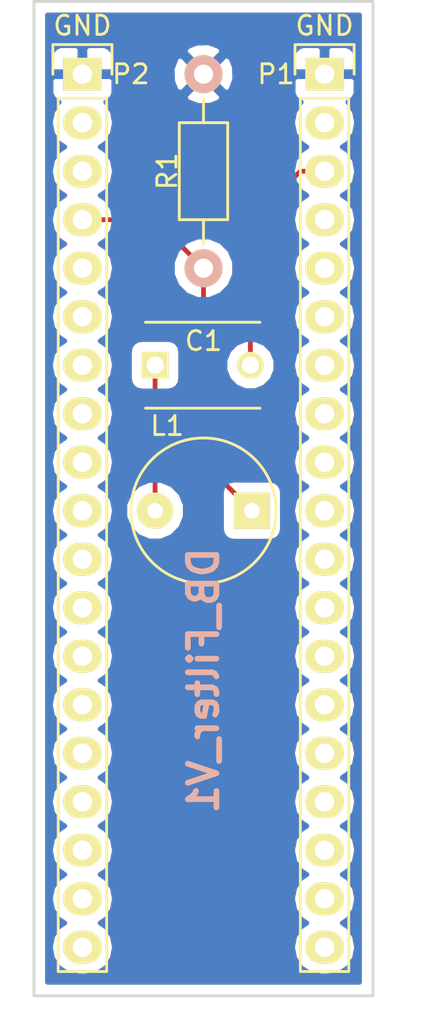
<source format=kicad_pcb>
(kicad_pcb (version 4) (host pcbnew 4.0.3+e1-6302~38~ubuntu16.04.1-stable)

  (general
    (links 6)
    (no_connects 0)
    (area 81.961667 59.614999 104.728334 113.47)
    (thickness 1.6)
    (drawings 5)
    (tracks 8)
    (zones 0)
    (modules 5)
    (nets 39)
  )

  (page A4)
  (layers
    (0 F.Cu signal)
    (31 B.Cu signal)
    (32 B.Adhes user)
    (33 F.Adhes user)
    (34 B.Paste user)
    (35 F.Paste user)
    (36 B.SilkS user)
    (37 F.SilkS user)
    (38 B.Mask user)
    (39 F.Mask user)
    (40 Dwgs.User user)
    (41 Cmts.User user)
    (42 Eco1.User user)
    (43 Eco2.User user)
    (44 Edge.Cuts user)
    (45 Margin user)
    (46 B.CrtYd user)
    (47 F.CrtYd user)
    (48 B.Fab user)
    (49 F.Fab user)
  )

  (setup
    (last_trace_width 0.25)
    (trace_clearance 0.2)
    (zone_clearance 0.508)
    (zone_45_only no)
    (trace_min 0.2)
    (segment_width 0.2)
    (edge_width 0.15)
    (via_size 0.6)
    (via_drill 0.4)
    (via_min_size 0.4)
    (via_min_drill 0.3)
    (uvia_size 0.3)
    (uvia_drill 0.1)
    (uvias_allowed no)
    (uvia_min_size 0.2)
    (uvia_min_drill 0.1)
    (pcb_text_width 0.3)
    (pcb_text_size 1.5 1.5)
    (mod_edge_width 0.15)
    (mod_text_size 1 1)
    (mod_text_width 0.15)
    (pad_size 1.524 1.524)
    (pad_drill 0.762)
    (pad_to_mask_clearance 0.2)
    (aux_axis_origin 0 0)
    (visible_elements 7FFFFFFF)
    (pcbplotparams
      (layerselection 0x000f0_80000001)
      (usegerberextensions false)
      (excludeedgelayer true)
      (linewidth 0.100000)
      (plotframeref false)
      (viasonmask false)
      (mode 1)
      (useauxorigin false)
      (hpglpennumber 1)
      (hpglpenspeed 20)
      (hpglpendiameter 15)
      (hpglpenoverlay 2)
      (psnegative false)
      (psa4output false)
      (plotreference true)
      (plotvalue true)
      (plotinvisibletext false)
      (padsonsilk false)
      (subtractmaskfromsilk false)
      (outputformat 1)
      (mirror false)
      (drillshape 0)
      (scaleselection 1)
      (outputdirectory gerber/))
  )

  (net 0 "")
  (net 1 "Net-(C1-Pad1)")
  (net 2 "Net-(C1-Pad2)")
  (net 3 "Net-(L1-Pad1)")
  (net 4 GND)
  (net 5 "Net-(P1-Pad2)")
  (net 6 "Net-(P1-Pad4)")
  (net 7 "Net-(P1-Pad5)")
  (net 8 "Net-(P1-Pad6)")
  (net 9 "Net-(P1-Pad7)")
  (net 10 "Net-(P1-Pad8)")
  (net 11 "Net-(P1-Pad9)")
  (net 12 "Net-(P1-Pad10)")
  (net 13 "Net-(P1-Pad11)")
  (net 14 "Net-(P1-Pad12)")
  (net 15 "Net-(P1-Pad13)")
  (net 16 "Net-(P1-Pad14)")
  (net 17 "Net-(P1-Pad15)")
  (net 18 "Net-(P1-Pad16)")
  (net 19 "Net-(P1-Pad17)")
  (net 20 "Net-(P1-Pad18)")
  (net 21 "Net-(P1-Pad19)")
  (net 22 "Net-(P2-Pad2)")
  (net 23 "Net-(P2-Pad3)")
  (net 24 "Net-(P2-Pad5)")
  (net 25 "Net-(P2-Pad6)")
  (net 26 "Net-(P2-Pad7)")
  (net 27 "Net-(P2-Pad8)")
  (net 28 "Net-(P2-Pad9)")
  (net 29 "Net-(P2-Pad10)")
  (net 30 "Net-(P2-Pad11)")
  (net 31 "Net-(P2-Pad12)")
  (net 32 "Net-(P2-Pad13)")
  (net 33 "Net-(P2-Pad14)")
  (net 34 "Net-(P2-Pad15)")
  (net 35 "Net-(P2-Pad16)")
  (net 36 "Net-(P2-Pad17)")
  (net 37 "Net-(P2-Pad18)")
  (net 38 "Net-(P2-Pad19)")

  (net_class Default "This is the default net class."
    (clearance 0.2)
    (trace_width 0.25)
    (via_dia 0.6)
    (via_drill 0.4)
    (uvia_dia 0.3)
    (uvia_drill 0.1)
    (add_net GND)
    (add_net "Net-(C1-Pad1)")
    (add_net "Net-(C1-Pad2)")
    (add_net "Net-(L1-Pad1)")
    (add_net "Net-(P1-Pad10)")
    (add_net "Net-(P1-Pad11)")
    (add_net "Net-(P1-Pad12)")
    (add_net "Net-(P1-Pad13)")
    (add_net "Net-(P1-Pad14)")
    (add_net "Net-(P1-Pad15)")
    (add_net "Net-(P1-Pad16)")
    (add_net "Net-(P1-Pad17)")
    (add_net "Net-(P1-Pad18)")
    (add_net "Net-(P1-Pad19)")
    (add_net "Net-(P1-Pad2)")
    (add_net "Net-(P1-Pad4)")
    (add_net "Net-(P1-Pad5)")
    (add_net "Net-(P1-Pad6)")
    (add_net "Net-(P1-Pad7)")
    (add_net "Net-(P1-Pad8)")
    (add_net "Net-(P1-Pad9)")
    (add_net "Net-(P2-Pad10)")
    (add_net "Net-(P2-Pad11)")
    (add_net "Net-(P2-Pad12)")
    (add_net "Net-(P2-Pad13)")
    (add_net "Net-(P2-Pad14)")
    (add_net "Net-(P2-Pad15)")
    (add_net "Net-(P2-Pad16)")
    (add_net "Net-(P2-Pad17)")
    (add_net "Net-(P2-Pad18)")
    (add_net "Net-(P2-Pad19)")
    (add_net "Net-(P2-Pad2)")
    (add_net "Net-(P2-Pad3)")
    (add_net "Net-(P2-Pad5)")
    (add_net "Net-(P2-Pad6)")
    (add_net "Net-(P2-Pad7)")
    (add_net "Net-(P2-Pad8)")
    (add_net "Net-(P2-Pad9)")
  )

  (module echopen:Resistor_TH_common (layer F.Cu) (tedit 57B4681A) (tstamp 57AC9F51)
    (at 92.71 73.66 90)
    (descr "Resistor, Axial,  RM 10mm, 1/3W")
    (tags "Resistor Axial RM 10mm 1/3W")
    (path /57A4BBB6)
    (fp_text reference R1 (at 5.08 -1.905 90) (layer F.SilkS)
      (effects (font (size 1 1) (thickness 0.15)))
    )
    (fp_text value 330 (at 5.08 1.905 90) (layer F.Fab)
      (effects (font (size 1 1) (thickness 0.15)))
    )
    (fp_line (start -1.25 -1.5) (end 11.4 -1.5) (layer F.CrtYd) (width 0.05))
    (fp_line (start -1.25 1.5) (end -1.25 -1.5) (layer F.CrtYd) (width 0.05))
    (fp_line (start 11.4 -1.5) (end 11.4 1.5) (layer F.CrtYd) (width 0.05))
    (fp_line (start -1.25 1.5) (end 11.4 1.5) (layer F.CrtYd) (width 0.05))
    (fp_line (start 2.54 -1.27) (end 7.62 -1.27) (layer F.SilkS) (width 0.15))
    (fp_line (start 7.62 -1.27) (end 7.62 1.27) (layer F.SilkS) (width 0.15))
    (fp_line (start 7.62 1.27) (end 2.54 1.27) (layer F.SilkS) (width 0.15))
    (fp_line (start 2.54 1.27) (end 2.54 -1.27) (layer F.SilkS) (width 0.15))
    (fp_line (start 2.54 0) (end 1.27 0) (layer F.SilkS) (width 0.15))
    (fp_line (start 7.62 0) (end 8.89 0) (layer F.SilkS) (width 0.15))
    (pad 1 thru_hole circle (at 0 0 90) (size 1.99898 1.99898) (drill 1.00076) (layers *.Cu *.SilkS *.Mask)
      (net 3 "Net-(L1-Pad1)"))
    (pad 2 thru_hole circle (at 10.16 0 90) (size 1.99898 1.99898) (drill 1.00076) (layers *.Cu *.SilkS *.Mask)
      (net 4 GND))
    (model Resistors_ThroughHole.3dshapes/Resistor_Horizontal_RM10mm.wrl
      (at (xyz 0.2 0 0))
      (scale (xyz 0.4 0.4 0.4))
      (rotate (xyz 0 0 0))
    )
  )

  (module echopen:C_TH_common (layer F.Cu) (tedit 57B463AA) (tstamp 57AC9F17)
    (at 90.17 78.74)
    (descr "Capacitor 6mm Disc, Pitch 5mm")
    (tags Capacitor)
    (path /57A4BA83)
    (fp_text reference C1 (at 2.54 -1.27) (layer F.SilkS)
      (effects (font (size 1 1) (thickness 0.15)))
    )
    (fp_text value 1n (at 2.54 1.27) (layer F.Fab)
      (effects (font (size 1 1) (thickness 0.15)))
    )
    (fp_line (start -0.95 -2.5) (end 5.95 -2.5) (layer F.CrtYd) (width 0.05))
    (fp_line (start 5.95 -2.5) (end 5.95 2.5) (layer F.CrtYd) (width 0.05))
    (fp_line (start 5.95 2.5) (end -0.95 2.5) (layer F.CrtYd) (width 0.05))
    (fp_line (start -0.95 2.5) (end -0.95 -2.5) (layer F.CrtYd) (width 0.05))
    (fp_line (start -0.5 -2.25) (end 5.5 -2.25) (layer F.SilkS) (width 0.15))
    (fp_line (start 5.5 2.25) (end -0.5 2.25) (layer F.SilkS) (width 0.15))
    (pad 1 thru_hole rect (at 0 0) (size 1.4 1.4) (drill 0.9) (layers *.Cu *.Mask F.SilkS)
      (net 1 "Net-(C1-Pad1)"))
    (pad 2 thru_hole circle (at 5 0) (size 1.4 1.4) (drill 0.9) (layers *.Cu *.Mask F.SilkS)
      (net 2 "Net-(C1-Pad2)"))
    (model Capacitors_ThroughHole.3dshapes/C_Disc_D6_P5.wrl
      (at (xyz 0.098425 0 0))
      (scale (xyz 1 1 1))
      (rotate (xyz 0 0 0))
    )
  )

  (module echopen:INDUCTOR_TH_common (layer F.Cu) (tedit 57B46885) (tstamp 57AC9F1D)
    (at 92.71 86.36 180)
    (descr "Inductor (vertical)")
    (tags INDUCTOR)
    (path /57A4BB11)
    (fp_text reference L1 (at 1.905 4.445 180) (layer F.SilkS)
      (effects (font (size 1 1) (thickness 0.15)))
    )
    (fp_text value 10u (at 0.09906 -1.99898 180) (layer F.Fab)
      (effects (font (size 1 1) (thickness 0.15)))
    )
    (fp_circle (center 0 0) (end 3.81 0) (layer F.SilkS) (width 0.15))
    (pad 1 thru_hole rect (at -2.54 0 180) (size 1.905 1.905) (drill 0.8128) (layers *.Cu *.Mask F.SilkS)
      (net 3 "Net-(L1-Pad1)"))
    (pad 2 thru_hole circle (at 2.54 0 180) (size 1.905 1.905) (drill 0.8128) (layers *.Cu *.Mask F.SilkS)
      (net 1 "Net-(C1-Pad1)"))
    (model Inductors.3dshapes/INDUCTOR_V.wrl
      (at (xyz 0 0 0))
      (scale (xyz 2 2 2))
      (rotate (xyz 0 0 0))
    )
  )

  (module Echopen:Header_pin_1x19 (layer F.Cu) (tedit 57BC7437) (tstamp 57AC9F34)
    (at 99.06 86.36)
    (descr "Through hole socket strip")
    (tags "socket strip")
    (path /57A84EF6)
    (fp_text reference P1 (at -2.54 -22.86) (layer F.SilkS)
      (effects (font (size 1 1) (thickness 0.15)))
    )
    (fp_text value CONN_01X19 (at 0.635 26.035) (layer F.Fab)
      (effects (font (size 1 1) (thickness 0.15)))
    )
    (fp_text user GND (at 0 -25.4) (layer F.SilkS)
      (effects (font (size 1 1) (thickness 0.15)))
    )
    (fp_line (start 1.75 -24.61) (end -1.75 -24.61) (layer F.CrtYd) (width 0.05))
    (fp_line (start 1.75 24.64) (end -1.75 24.64) (layer F.CrtYd) (width 0.05))
    (fp_line (start 1.75 -24.61) (end 1.75 24.64) (layer F.CrtYd) (width 0.05))
    (fp_line (start -1.75 -24.61) (end -1.75 24.64) (layer F.CrtYd) (width 0.05))
    (fp_line (start -1.27 -21.59) (end -1.27 24.13) (layer F.SilkS) (width 0.15))
    (fp_line (start -1.27 24.13) (end 1.27 24.13) (layer F.SilkS) (width 0.15))
    (fp_line (start 1.27 24.13) (end 1.27 -21.59) (layer F.SilkS) (width 0.15))
    (fp_line (start -1.55 -24.41) (end -1.55 -22.86) (layer F.SilkS) (width 0.15))
    (fp_line (start -1.27 -21.59) (end 1.27 -21.59) (layer F.SilkS) (width 0.15))
    (fp_line (start 1.55 -22.86) (end 1.55 -24.41) (layer F.SilkS) (width 0.15))
    (fp_line (start 1.55 -24.41) (end -1.55 -24.41) (layer F.SilkS) (width 0.15))
    (pad 1 thru_hole rect (at 0 -22.86 270) (size 1.7272 2.032) (drill 1.016) (layers *.Cu *.Mask F.SilkS)
      (net 4 GND))
    (pad 2 thru_hole oval (at 0 -20.32 270) (size 1.7272 2.032) (drill 1.016) (layers *.Cu *.Mask F.SilkS)
      (net 5 "Net-(P1-Pad2)"))
    (pad 3 thru_hole oval (at 0 -17.78 270) (size 1.7272 2.032) (drill 1.016) (layers *.Cu *.Mask F.SilkS)
      (net 2 "Net-(C1-Pad2)"))
    (pad 4 thru_hole oval (at 0 -15.24 270) (size 1.7272 2.032) (drill 1.016) (layers *.Cu *.Mask F.SilkS)
      (net 6 "Net-(P1-Pad4)"))
    (pad 5 thru_hole oval (at 0 -12.7 270) (size 1.7272 2.032) (drill 1.016) (layers *.Cu *.Mask F.SilkS)
      (net 7 "Net-(P1-Pad5)"))
    (pad 6 thru_hole oval (at 0 -10.16 270) (size 1.7272 2.032) (drill 1.016) (layers *.Cu *.Mask F.SilkS)
      (net 8 "Net-(P1-Pad6)"))
    (pad 7 thru_hole oval (at 0 -7.62 270) (size 1.7272 2.032) (drill 1.016) (layers *.Cu *.Mask F.SilkS)
      (net 9 "Net-(P1-Pad7)"))
    (pad 8 thru_hole oval (at 0 -5.08 270) (size 1.7272 2.032) (drill 1.016) (layers *.Cu *.Mask F.SilkS)
      (net 10 "Net-(P1-Pad8)"))
    (pad 9 thru_hole oval (at 0 -2.54 270) (size 1.7272 2.032) (drill 1.016) (layers *.Cu *.Mask F.SilkS)
      (net 11 "Net-(P1-Pad9)"))
    (pad 10 thru_hole oval (at 0 0 270) (size 1.7272 2.032) (drill 1.016) (layers *.Cu *.Mask F.SilkS)
      (net 12 "Net-(P1-Pad10)"))
    (pad 11 thru_hole oval (at 0 2.54 270) (size 1.7272 2.032) (drill 1.016) (layers *.Cu *.Mask F.SilkS)
      (net 13 "Net-(P1-Pad11)"))
    (pad 12 thru_hole oval (at 0 5.08 270) (size 1.7272 2.032) (drill 1.016) (layers *.Cu *.Mask F.SilkS)
      (net 14 "Net-(P1-Pad12)"))
    (pad 13 thru_hole oval (at 0 7.62 270) (size 1.7272 2.032) (drill 1.016) (layers *.Cu *.Mask F.SilkS)
      (net 15 "Net-(P1-Pad13)"))
    (pad 14 thru_hole oval (at 0 10.16 270) (size 1.7272 2.032) (drill 1.016) (layers *.Cu *.Mask F.SilkS)
      (net 16 "Net-(P1-Pad14)"))
    (pad 15 thru_hole oval (at 0 12.7 270) (size 1.7272 2.032) (drill 1.016) (layers *.Cu *.Mask F.SilkS)
      (net 17 "Net-(P1-Pad15)"))
    (pad 16 thru_hole oval (at 0 15.24 270) (size 1.7272 2.032) (drill 1.016) (layers *.Cu *.Mask F.SilkS)
      (net 18 "Net-(P1-Pad16)"))
    (pad 17 thru_hole oval (at 0 17.78 270) (size 1.7272 2.032) (drill 1.016) (layers *.Cu *.Mask F.SilkS)
      (net 19 "Net-(P1-Pad17)"))
    (pad 18 thru_hole oval (at 0 20.32 270) (size 1.7272 2.032) (drill 1.016) (layers *.Cu *.Mask F.SilkS)
      (net 20 "Net-(P1-Pad18)"))
    (pad 19 thru_hole oval (at 0 22.86 270) (size 1.7272 2.032) (drill 1.016) (layers *.Cu *.Mask F.SilkS)
      (net 21 "Net-(P1-Pad19)"))
    (model Pin_Headers.3dshapes/Pin_Header_Straight_1x19.wrl
      (at (xyz 0 0 -0.05))
      (scale (xyz 1 1 1))
      (rotate (xyz 0 180 90))
    )
  )

  (module Echopen:Header_pin_1x19 (layer F.Cu) (tedit 57BC7432) (tstamp 57AC9F4B)
    (at 86.36 86.36)
    (descr "Through hole socket strip")
    (tags "socket strip")
    (path /57A89932)
    (fp_text reference P2 (at 2.54 -22.86) (layer F.SilkS)
      (effects (font (size 1 1) (thickness 0.15)))
    )
    (fp_text value CONN_01X19 (at 0.635 26.035) (layer F.Fab)
      (effects (font (size 1 1) (thickness 0.15)))
    )
    (fp_text user GND (at 0 -25.4) (layer F.SilkS)
      (effects (font (size 1 1) (thickness 0.15)))
    )
    (fp_line (start 1.75 -24.61) (end -1.75 -24.61) (layer F.CrtYd) (width 0.05))
    (fp_line (start 1.75 24.64) (end -1.75 24.64) (layer F.CrtYd) (width 0.05))
    (fp_line (start 1.75 -24.61) (end 1.75 24.64) (layer F.CrtYd) (width 0.05))
    (fp_line (start -1.75 -24.61) (end -1.75 24.64) (layer F.CrtYd) (width 0.05))
    (fp_line (start -1.27 -21.59) (end -1.27 24.13) (layer F.SilkS) (width 0.15))
    (fp_line (start -1.27 24.13) (end 1.27 24.13) (layer F.SilkS) (width 0.15))
    (fp_line (start 1.27 24.13) (end 1.27 -21.59) (layer F.SilkS) (width 0.15))
    (fp_line (start -1.55 -24.41) (end -1.55 -22.86) (layer F.SilkS) (width 0.15))
    (fp_line (start -1.27 -21.59) (end 1.27 -21.59) (layer F.SilkS) (width 0.15))
    (fp_line (start 1.55 -22.86) (end 1.55 -24.41) (layer F.SilkS) (width 0.15))
    (fp_line (start 1.55 -24.41) (end -1.55 -24.41) (layer F.SilkS) (width 0.15))
    (pad 1 thru_hole rect (at 0 -22.86 270) (size 1.7272 2.032) (drill 1.016) (layers *.Cu *.Mask F.SilkS)
      (net 4 GND))
    (pad 2 thru_hole oval (at 0 -20.32 270) (size 1.7272 2.032) (drill 1.016) (layers *.Cu *.Mask F.SilkS)
      (net 22 "Net-(P2-Pad2)"))
    (pad 3 thru_hole oval (at 0 -17.78 270) (size 1.7272 2.032) (drill 1.016) (layers *.Cu *.Mask F.SilkS)
      (net 23 "Net-(P2-Pad3)"))
    (pad 4 thru_hole oval (at 0 -15.24 270) (size 1.7272 2.032) (drill 1.016) (layers *.Cu *.Mask F.SilkS)
      (net 3 "Net-(L1-Pad1)"))
    (pad 5 thru_hole oval (at 0 -12.7 270) (size 1.7272 2.032) (drill 1.016) (layers *.Cu *.Mask F.SilkS)
      (net 24 "Net-(P2-Pad5)"))
    (pad 6 thru_hole oval (at 0 -10.16 270) (size 1.7272 2.032) (drill 1.016) (layers *.Cu *.Mask F.SilkS)
      (net 25 "Net-(P2-Pad6)"))
    (pad 7 thru_hole oval (at 0 -7.62 270) (size 1.7272 2.032) (drill 1.016) (layers *.Cu *.Mask F.SilkS)
      (net 26 "Net-(P2-Pad7)"))
    (pad 8 thru_hole oval (at 0 -5.08 270) (size 1.7272 2.032) (drill 1.016) (layers *.Cu *.Mask F.SilkS)
      (net 27 "Net-(P2-Pad8)"))
    (pad 9 thru_hole oval (at 0 -2.54 270) (size 1.7272 2.032) (drill 1.016) (layers *.Cu *.Mask F.SilkS)
      (net 28 "Net-(P2-Pad9)"))
    (pad 10 thru_hole oval (at 0 0 270) (size 1.7272 2.032) (drill 1.016) (layers *.Cu *.Mask F.SilkS)
      (net 29 "Net-(P2-Pad10)"))
    (pad 11 thru_hole oval (at 0 2.54 270) (size 1.7272 2.032) (drill 1.016) (layers *.Cu *.Mask F.SilkS)
      (net 30 "Net-(P2-Pad11)"))
    (pad 12 thru_hole oval (at 0 5.08 270) (size 1.7272 2.032) (drill 1.016) (layers *.Cu *.Mask F.SilkS)
      (net 31 "Net-(P2-Pad12)"))
    (pad 13 thru_hole oval (at 0 7.62 270) (size 1.7272 2.032) (drill 1.016) (layers *.Cu *.Mask F.SilkS)
      (net 32 "Net-(P2-Pad13)"))
    (pad 14 thru_hole oval (at 0 10.16 270) (size 1.7272 2.032) (drill 1.016) (layers *.Cu *.Mask F.SilkS)
      (net 33 "Net-(P2-Pad14)"))
    (pad 15 thru_hole oval (at 0 12.7 270) (size 1.7272 2.032) (drill 1.016) (layers *.Cu *.Mask F.SilkS)
      (net 34 "Net-(P2-Pad15)"))
    (pad 16 thru_hole oval (at 0 15.24 270) (size 1.7272 2.032) (drill 1.016) (layers *.Cu *.Mask F.SilkS)
      (net 35 "Net-(P2-Pad16)"))
    (pad 17 thru_hole oval (at 0 17.78 270) (size 1.7272 2.032) (drill 1.016) (layers *.Cu *.Mask F.SilkS)
      (net 36 "Net-(P2-Pad17)"))
    (pad 18 thru_hole oval (at 0 20.32 270) (size 1.7272 2.032) (drill 1.016) (layers *.Cu *.Mask F.SilkS)
      (net 37 "Net-(P2-Pad18)"))
    (pad 19 thru_hole oval (at 0 22.86 270) (size 1.7272 2.032) (drill 1.016) (layers *.Cu *.Mask F.SilkS)
      (net 38 "Net-(P2-Pad19)"))
    (model Pin_Headers.3dshapes/Pin_Header_Straight_1x19.wrl
      (at (xyz 0 0 -0.05))
      (scale (xyz 1 1 1))
      (rotate (xyz 0 180 90))
    )
  )

  (gr_text DB_Filter_V1 (at 92.71 95.25 90) (layer B.SilkS)
    (effects (font (size 1.5 1.5) (thickness 0.3)) (justify mirror))
  )
  (gr_line (start 101.6 59.69) (end 83.82 59.69) (angle 90) (layer Edge.Cuts) (width 0.15))
  (gr_line (start 101.6 111.76) (end 101.6 59.69) (angle 90) (layer Edge.Cuts) (width 0.15))
  (gr_line (start 83.82 111.76) (end 101.6 111.76) (angle 90) (layer Edge.Cuts) (width 0.15))
  (gr_line (start 83.82 59.69) (end 83.82 111.76) (angle 90) (layer Edge.Cuts) (width 0.15))

  (segment (start 90.17 78.74) (end 90.17 86.36) (width 0.25) (layer F.Cu) (net 1))
  (segment (start 99.06 68.58) (end 97.79 68.58) (width 0.25) (layer F.Cu) (net 2))
  (segment (start 95.17 71.2) (end 95.17 78.74) (width 0.25) (layer F.Cu) (net 2) (tstamp 57BB3B6A))
  (segment (start 97.79 68.58) (end 95.17 71.2) (width 0.25) (layer F.Cu) (net 2) (tstamp 57BB3B68))
  (segment (start 92.71 73.66) (end 92.71 83.82) (width 0.25) (layer F.Cu) (net 3))
  (segment (start 92.71 83.82) (end 95.25 86.36) (width 0.25) (layer F.Cu) (net 3) (tstamp 57BB3B64))
  (segment (start 86.36 71.12) (end 90.17 71.12) (width 0.25) (layer F.Cu) (net 3))
  (segment (start 90.17 71.12) (end 92.71 73.66) (width 0.25) (layer F.Cu) (net 3) (tstamp 57BB3B3B))

  (zone (net 4) (net_name GND) (layer F.Cu) (tstamp 57BB3BB4) (hatch edge 0.508)
    (connect_pads (clearance 0.508))
    (min_thickness 0.254)
    (fill yes (arc_segments 16) (thermal_gap 0.508) (thermal_bridge_width 0.508))
    (polygon
      (pts
        (xy 101.6 111.76) (xy 83.82 111.76) (xy 83.82 59.69) (xy 101.6 59.69)
      )
    )
    (filled_polygon
      (pts
        (xy 100.89 111.05) (xy 84.53 111.05) (xy 84.53 66.04) (xy 84.676655 66.04) (xy 84.790729 66.613489)
        (xy 85.115585 67.09967) (xy 85.430366 67.31) (xy 85.115585 67.52033) (xy 84.790729 68.006511) (xy 84.676655 68.58)
        (xy 84.790729 69.153489) (xy 85.115585 69.63967) (xy 85.430366 69.85) (xy 85.115585 70.06033) (xy 84.790729 70.546511)
        (xy 84.676655 71.12) (xy 84.790729 71.693489) (xy 85.115585 72.17967) (xy 85.430366 72.39) (xy 85.115585 72.60033)
        (xy 84.790729 73.086511) (xy 84.676655 73.66) (xy 84.790729 74.233489) (xy 85.115585 74.71967) (xy 85.430366 74.93)
        (xy 85.115585 75.14033) (xy 84.790729 75.626511) (xy 84.676655 76.2) (xy 84.790729 76.773489) (xy 85.115585 77.25967)
        (xy 85.430366 77.47) (xy 85.115585 77.68033) (xy 84.790729 78.166511) (xy 84.676655 78.74) (xy 84.790729 79.313489)
        (xy 85.115585 79.79967) (xy 85.430366 80.01) (xy 85.115585 80.22033) (xy 84.790729 80.706511) (xy 84.676655 81.28)
        (xy 84.790729 81.853489) (xy 85.115585 82.33967) (xy 85.430366 82.55) (xy 85.115585 82.76033) (xy 84.790729 83.246511)
        (xy 84.676655 83.82) (xy 84.790729 84.393489) (xy 85.115585 84.87967) (xy 85.430366 85.09) (xy 85.115585 85.30033)
        (xy 84.790729 85.786511) (xy 84.676655 86.36) (xy 84.790729 86.933489) (xy 85.115585 87.41967) (xy 85.430366 87.63)
        (xy 85.115585 87.84033) (xy 84.790729 88.326511) (xy 84.676655 88.9) (xy 84.790729 89.473489) (xy 85.115585 89.95967)
        (xy 85.430366 90.17) (xy 85.115585 90.38033) (xy 84.790729 90.866511) (xy 84.676655 91.44) (xy 84.790729 92.013489)
        (xy 85.115585 92.49967) (xy 85.430366 92.71) (xy 85.115585 92.92033) (xy 84.790729 93.406511) (xy 84.676655 93.98)
        (xy 84.790729 94.553489) (xy 85.115585 95.03967) (xy 85.430366 95.25) (xy 85.115585 95.46033) (xy 84.790729 95.946511)
        (xy 84.676655 96.52) (xy 84.790729 97.093489) (xy 85.115585 97.57967) (xy 85.430366 97.79) (xy 85.115585 98.00033)
        (xy 84.790729 98.486511) (xy 84.676655 99.06) (xy 84.790729 99.633489) (xy 85.115585 100.11967) (xy 85.430366 100.33)
        (xy 85.115585 100.54033) (xy 84.790729 101.026511) (xy 84.676655 101.6) (xy 84.790729 102.173489) (xy 85.115585 102.65967)
        (xy 85.430366 102.87) (xy 85.115585 103.08033) (xy 84.790729 103.566511) (xy 84.676655 104.14) (xy 84.790729 104.713489)
        (xy 85.115585 105.19967) (xy 85.430366 105.41) (xy 85.115585 105.62033) (xy 84.790729 106.106511) (xy 84.676655 106.68)
        (xy 84.790729 107.253489) (xy 85.115585 107.73967) (xy 85.430366 107.95) (xy 85.115585 108.16033) (xy 84.790729 108.646511)
        (xy 84.676655 109.22) (xy 84.790729 109.793489) (xy 85.115585 110.27967) (xy 85.601766 110.604526) (xy 86.175255 110.7186)
        (xy 86.544745 110.7186) (xy 87.118234 110.604526) (xy 87.604415 110.27967) (xy 87.929271 109.793489) (xy 88.043345 109.22)
        (xy 87.929271 108.646511) (xy 87.604415 108.16033) (xy 87.289634 107.95) (xy 87.604415 107.73967) (xy 87.929271 107.253489)
        (xy 88.043345 106.68) (xy 87.929271 106.106511) (xy 87.604415 105.62033) (xy 87.289634 105.41) (xy 87.604415 105.19967)
        (xy 87.929271 104.713489) (xy 88.043345 104.14) (xy 87.929271 103.566511) (xy 87.604415 103.08033) (xy 87.289634 102.87)
        (xy 87.604415 102.65967) (xy 87.929271 102.173489) (xy 88.043345 101.6) (xy 87.929271 101.026511) (xy 87.604415 100.54033)
        (xy 87.289634 100.33) (xy 87.604415 100.11967) (xy 87.929271 99.633489) (xy 88.043345 99.06) (xy 87.929271 98.486511)
        (xy 87.604415 98.00033) (xy 87.289634 97.79) (xy 87.604415 97.57967) (xy 87.929271 97.093489) (xy 88.043345 96.52)
        (xy 87.929271 95.946511) (xy 87.604415 95.46033) (xy 87.289634 95.25) (xy 87.604415 95.03967) (xy 87.929271 94.553489)
        (xy 88.043345 93.98) (xy 87.929271 93.406511) (xy 87.604415 92.92033) (xy 87.289634 92.71) (xy 87.604415 92.49967)
        (xy 87.929271 92.013489) (xy 88.043345 91.44) (xy 87.929271 90.866511) (xy 87.604415 90.38033) (xy 87.289634 90.17)
        (xy 87.604415 89.95967) (xy 87.929271 89.473489) (xy 88.043345 88.9) (xy 87.929271 88.326511) (xy 87.604415 87.84033)
        (xy 87.289634 87.63) (xy 87.604415 87.41967) (xy 87.929271 86.933489) (xy 87.980809 86.674388) (xy 88.582225 86.674388)
        (xy 88.823398 87.258072) (xy 89.269579 87.705032) (xy 89.852841 87.947224) (xy 90.484388 87.947775) (xy 91.068072 87.706602)
        (xy 91.515032 87.260421) (xy 91.757224 86.677159) (xy 91.757775 86.045612) (xy 91.516602 85.461928) (xy 91.070421 85.014968)
        (xy 90.93 84.95666) (xy 90.93 80.07615) (xy 91.105317 80.043162) (xy 91.321441 79.90409) (xy 91.466431 79.69189)
        (xy 91.51744 79.44) (xy 91.51744 78.04) (xy 91.473162 77.804683) (xy 91.33409 77.588559) (xy 91.12189 77.443569)
        (xy 90.87 77.39256) (xy 89.47 77.39256) (xy 89.234683 77.436838) (xy 89.018559 77.57591) (xy 88.873569 77.78811)
        (xy 88.82256 78.04) (xy 88.82256 79.44) (xy 88.866838 79.675317) (xy 89.00591 79.891441) (xy 89.21811 80.036431)
        (xy 89.41 80.07529) (xy 89.41 84.956348) (xy 89.271928 85.013398) (xy 88.824968 85.459579) (xy 88.582776 86.042841)
        (xy 88.582225 86.674388) (xy 87.980809 86.674388) (xy 88.043345 86.36) (xy 87.929271 85.786511) (xy 87.604415 85.30033)
        (xy 87.289634 85.09) (xy 87.604415 84.87967) (xy 87.929271 84.393489) (xy 88.043345 83.82) (xy 87.929271 83.246511)
        (xy 87.604415 82.76033) (xy 87.289634 82.55) (xy 87.604415 82.33967) (xy 87.929271 81.853489) (xy 88.043345 81.28)
        (xy 87.929271 80.706511) (xy 87.604415 80.22033) (xy 87.289634 80.01) (xy 87.604415 79.79967) (xy 87.929271 79.313489)
        (xy 88.043345 78.74) (xy 87.929271 78.166511) (xy 87.604415 77.68033) (xy 87.289634 77.47) (xy 87.604415 77.25967)
        (xy 87.929271 76.773489) (xy 88.043345 76.2) (xy 87.929271 75.626511) (xy 87.604415 75.14033) (xy 87.289634 74.93)
        (xy 87.604415 74.71967) (xy 87.929271 74.233489) (xy 88.043345 73.66) (xy 87.929271 73.086511) (xy 87.604415 72.60033)
        (xy 87.289634 72.39) (xy 87.604415 72.17967) (xy 87.804648 71.88) (xy 89.855198 71.88) (xy 91.144115 73.168917)
        (xy 91.075794 73.333453) (xy 91.075226 73.983694) (xy 91.323538 74.584655) (xy 91.782927 75.044846) (xy 91.95 75.114221)
        (xy 91.95 83.82) (xy 92.007852 84.110839) (xy 92.172599 84.357401) (xy 93.65006 85.834862) (xy 93.65006 87.3125)
        (xy 93.694338 87.547817) (xy 93.83341 87.763941) (xy 94.04561 87.908931) (xy 94.2975 87.95994) (xy 96.2025 87.95994)
        (xy 96.437817 87.915662) (xy 96.653941 87.77659) (xy 96.798931 87.56439) (xy 96.84994 87.3125) (xy 96.84994 85.4075)
        (xy 96.805662 85.172183) (xy 96.66659 84.956059) (xy 96.45439 84.811069) (xy 96.2025 84.76006) (xy 94.724862 84.76006)
        (xy 93.47 83.505198) (xy 93.47 79.004383) (xy 93.834769 79.004383) (xy 94.037582 79.495229) (xy 94.412796 79.871098)
        (xy 94.903287 80.074768) (xy 95.434383 80.075231) (xy 95.925229 79.872418) (xy 96.301098 79.497204) (xy 96.504768 79.006713)
        (xy 96.505231 78.475617) (xy 96.302418 77.984771) (xy 95.93 77.611703) (xy 95.93 71.514802) (xy 97.811398 69.633404)
        (xy 97.815585 69.63967) (xy 98.130366 69.85) (xy 97.815585 70.06033) (xy 97.490729 70.546511) (xy 97.376655 71.12)
        (xy 97.490729 71.693489) (xy 97.815585 72.17967) (xy 98.130366 72.39) (xy 97.815585 72.60033) (xy 97.490729 73.086511)
        (xy 97.376655 73.66) (xy 97.490729 74.233489) (xy 97.815585 74.71967) (xy 98.130366 74.93) (xy 97.815585 75.14033)
        (xy 97.490729 75.626511) (xy 97.376655 76.2) (xy 97.490729 76.773489) (xy 97.815585 77.25967) (xy 98.130366 77.47)
        (xy 97.815585 77.68033) (xy 97.490729 78.166511) (xy 97.376655 78.74) (xy 97.490729 79.313489) (xy 97.815585 79.79967)
        (xy 98.130366 80.01) (xy 97.815585 80.22033) (xy 97.490729 80.706511) (xy 97.376655 81.28) (xy 97.490729 81.853489)
        (xy 97.815585 82.33967) (xy 98.130366 82.55) (xy 97.815585 82.76033) (xy 97.490729 83.246511) (xy 97.376655 83.82)
        (xy 97.490729 84.393489) (xy 97.815585 84.87967) (xy 98.130366 85.09) (xy 97.815585 85.30033) (xy 97.490729 85.786511)
        (xy 97.376655 86.36) (xy 97.490729 86.933489) (xy 97.815585 87.41967) (xy 98.130366 87.63) (xy 97.815585 87.84033)
        (xy 97.490729 88.326511) (xy 97.376655 88.9) (xy 97.490729 89.473489) (xy 97.815585 89.95967) (xy 98.130366 90.17)
        (xy 97.815585 90.38033) (xy 97.490729 90.866511) (xy 97.376655 91.44) (xy 97.490729 92.013489) (xy 97.815585 92.49967)
        (xy 98.130366 92.71) (xy 97.815585 92.92033) (xy 97.490729 93.406511) (xy 97.376655 93.98) (xy 97.490729 94.553489)
        (xy 97.815585 95.03967) (xy 98.130366 95.25) (xy 97.815585 95.46033) (xy 97.490729 95.946511) (xy 97.376655 96.52)
        (xy 97.490729 97.093489) (xy 97.815585 97.57967) (xy 98.130366 97.79) (xy 97.815585 98.00033) (xy 97.490729 98.486511)
        (xy 97.376655 99.06) (xy 97.490729 99.633489) (xy 97.815585 100.11967) (xy 98.130366 100.33) (xy 97.815585 100.54033)
        (xy 97.490729 101.026511) (xy 97.376655 101.6) (xy 97.490729 102.173489) (xy 97.815585 102.65967) (xy 98.130366 102.87)
        (xy 97.815585 103.08033) (xy 97.490729 103.566511) (xy 97.376655 104.14) (xy 97.490729 104.713489) (xy 97.815585 105.19967)
        (xy 98.130366 105.41) (xy 97.815585 105.62033) (xy 97.490729 106.106511) (xy 97.376655 106.68) (xy 97.490729 107.253489)
        (xy 97.815585 107.73967) (xy 98.130366 107.95) (xy 97.815585 108.16033) (xy 97.490729 108.646511) (xy 97.376655 109.22)
        (xy 97.490729 109.793489) (xy 97.815585 110.27967) (xy 98.301766 110.604526) (xy 98.875255 110.7186) (xy 99.244745 110.7186)
        (xy 99.818234 110.604526) (xy 100.304415 110.27967) (xy 100.629271 109.793489) (xy 100.743345 109.22) (xy 100.629271 108.646511)
        (xy 100.304415 108.16033) (xy 99.989634 107.95) (xy 100.304415 107.73967) (xy 100.629271 107.253489) (xy 100.743345 106.68)
        (xy 100.629271 106.106511) (xy 100.304415 105.62033) (xy 99.989634 105.41) (xy 100.304415 105.19967) (xy 100.629271 104.713489)
        (xy 100.743345 104.14) (xy 100.629271 103.566511) (xy 100.304415 103.08033) (xy 99.989634 102.87) (xy 100.304415 102.65967)
        (xy 100.629271 102.173489) (xy 100.743345 101.6) (xy 100.629271 101.026511) (xy 100.304415 100.54033) (xy 99.989634 100.33)
        (xy 100.304415 100.11967) (xy 100.629271 99.633489) (xy 100.743345 99.06) (xy 100.629271 98.486511) (xy 100.304415 98.00033)
        (xy 99.989634 97.79) (xy 100.304415 97.57967) (xy 100.629271 97.093489) (xy 100.743345 96.52) (xy 100.629271 95.946511)
        (xy 100.304415 95.46033) (xy 99.989634 95.25) (xy 100.304415 95.03967) (xy 100.629271 94.553489) (xy 100.743345 93.98)
        (xy 100.629271 93.406511) (xy 100.304415 92.92033) (xy 99.989634 92.71) (xy 100.304415 92.49967) (xy 100.629271 92.013489)
        (xy 100.743345 91.44) (xy 100.629271 90.866511) (xy 100.304415 90.38033) (xy 99.989634 90.17) (xy 100.304415 89.95967)
        (xy 100.629271 89.473489) (xy 100.743345 88.9) (xy 100.629271 88.326511) (xy 100.304415 87.84033) (xy 99.989634 87.63)
        (xy 100.304415 87.41967) (xy 100.629271 86.933489) (xy 100.743345 86.36) (xy 100.629271 85.786511) (xy 100.304415 85.30033)
        (xy 99.989634 85.09) (xy 100.304415 84.87967) (xy 100.629271 84.393489) (xy 100.743345 83.82) (xy 100.629271 83.246511)
        (xy 100.304415 82.76033) (xy 99.989634 82.55) (xy 100.304415 82.33967) (xy 100.629271 81.853489) (xy 100.743345 81.28)
        (xy 100.629271 80.706511) (xy 100.304415 80.22033) (xy 99.989634 80.01) (xy 100.304415 79.79967) (xy 100.629271 79.313489)
        (xy 100.743345 78.74) (xy 100.629271 78.166511) (xy 100.304415 77.68033) (xy 99.989634 77.47) (xy 100.304415 77.25967)
        (xy 100.629271 76.773489) (xy 100.743345 76.2) (xy 100.629271 75.626511) (xy 100.304415 75.14033) (xy 99.989634 74.93)
        (xy 100.304415 74.71967) (xy 100.629271 74.233489) (xy 100.743345 73.66) (xy 100.629271 73.086511) (xy 100.304415 72.60033)
        (xy 99.989634 72.39) (xy 100.304415 72.17967) (xy 100.629271 71.693489) (xy 100.743345 71.12) (xy 100.629271 70.546511)
        (xy 100.304415 70.06033) (xy 99.989634 69.85) (xy 100.304415 69.63967) (xy 100.629271 69.153489) (xy 100.743345 68.58)
        (xy 100.629271 68.006511) (xy 100.304415 67.52033) (xy 99.989634 67.31) (xy 100.304415 67.09967) (xy 100.629271 66.613489)
        (xy 100.743345 66.04) (xy 100.629271 65.466511) (xy 100.304415 64.98033) (xy 100.28222 64.9655) (xy 100.435699 64.901927)
        (xy 100.614327 64.723298) (xy 100.711 64.489909) (xy 100.711 63.78575) (xy 100.55225 63.627) (xy 99.187 63.627)
        (xy 99.187 63.647) (xy 98.933 63.647) (xy 98.933 63.627) (xy 97.56775 63.627) (xy 97.409 63.78575)
        (xy 97.409 64.489909) (xy 97.505673 64.723298) (xy 97.684301 64.901927) (xy 97.83778 64.9655) (xy 97.815585 64.98033)
        (xy 97.490729 65.466511) (xy 97.376655 66.04) (xy 97.490729 66.613489) (xy 97.815585 67.09967) (xy 98.130366 67.31)
        (xy 97.815585 67.52033) (xy 97.588581 67.860065) (xy 97.499161 67.877852) (xy 97.252599 68.042599) (xy 94.632599 70.662599)
        (xy 94.467852 70.909161) (xy 94.41 71.2) (xy 94.41 77.612345) (xy 94.038902 77.982796) (xy 93.835232 78.473287)
        (xy 93.834769 79.004383) (xy 93.47 79.004383) (xy 93.47 75.114496) (xy 93.634655 75.046462) (xy 94.094846 74.587073)
        (xy 94.344206 73.986547) (xy 94.344774 73.336306) (xy 94.096462 72.735345) (xy 93.637073 72.275154) (xy 93.036547 72.025794)
        (xy 92.386306 72.025226) (xy 92.219111 72.094309) (xy 90.707401 70.582599) (xy 90.460839 70.417852) (xy 90.17 70.36)
        (xy 87.804648 70.36) (xy 87.604415 70.06033) (xy 87.289634 69.85) (xy 87.604415 69.63967) (xy 87.929271 69.153489)
        (xy 88.043345 68.58) (xy 87.929271 68.006511) (xy 87.604415 67.52033) (xy 87.289634 67.31) (xy 87.604415 67.09967)
        (xy 87.929271 66.613489) (xy 88.043345 66.04) (xy 87.929271 65.466511) (xy 87.604415 64.98033) (xy 87.58222 64.9655)
        (xy 87.735699 64.901927) (xy 87.914327 64.723298) (xy 87.943792 64.652163) (xy 91.737443 64.652163) (xy 91.836042 64.918965)
        (xy 92.445582 65.145401) (xy 93.095377 65.121341) (xy 93.583958 64.918965) (xy 93.682557 64.652163) (xy 92.71 63.679605)
        (xy 91.737443 64.652163) (xy 87.943792 64.652163) (xy 88.011 64.489909) (xy 88.011 63.78575) (xy 87.85225 63.627)
        (xy 86.487 63.627) (xy 86.487 63.647) (xy 86.233 63.647) (xy 86.233 63.627) (xy 84.86775 63.627)
        (xy 84.709 63.78575) (xy 84.709 64.489909) (xy 84.805673 64.723298) (xy 84.984301 64.901927) (xy 85.13778 64.9655)
        (xy 85.115585 64.98033) (xy 84.790729 65.466511) (xy 84.676655 66.04) (xy 84.53 66.04) (xy 84.53 62.510091)
        (xy 84.709 62.510091) (xy 84.709 63.21425) (xy 84.86775 63.373) (xy 86.233 63.373) (xy 86.233 62.16015)
        (xy 86.487 62.16015) (xy 86.487 63.373) (xy 87.85225 63.373) (xy 87.989668 63.235582) (xy 91.064599 63.235582)
        (xy 91.088659 63.885377) (xy 91.291035 64.373958) (xy 91.557837 64.472557) (xy 92.530395 63.5) (xy 92.889605 63.5)
        (xy 93.862163 64.472557) (xy 94.128965 64.373958) (xy 94.355401 63.764418) (xy 94.331341 63.114623) (xy 94.128965 62.626042)
        (xy 93.862163 62.527443) (xy 92.889605 63.5) (xy 92.530395 63.5) (xy 91.557837 62.527443) (xy 91.291035 62.626042)
        (xy 91.064599 63.235582) (xy 87.989668 63.235582) (xy 88.011 63.21425) (xy 88.011 62.510091) (xy 87.943793 62.347837)
        (xy 91.737443 62.347837) (xy 92.71 63.320395) (xy 93.520303 62.510091) (xy 97.409 62.510091) (xy 97.409 63.21425)
        (xy 97.56775 63.373) (xy 98.933 63.373) (xy 98.933 62.16015) (xy 99.187 62.16015) (xy 99.187 63.373)
        (xy 100.55225 63.373) (xy 100.711 63.21425) (xy 100.711 62.510091) (xy 100.614327 62.276702) (xy 100.435699 62.098073)
        (xy 100.20231 62.0014) (xy 99.34575 62.0014) (xy 99.187 62.16015) (xy 98.933 62.16015) (xy 98.77425 62.0014)
        (xy 97.91769 62.0014) (xy 97.684301 62.098073) (xy 97.505673 62.276702) (xy 97.409 62.510091) (xy 93.520303 62.510091)
        (xy 93.682557 62.347837) (xy 93.583958 62.081035) (xy 92.974418 61.854599) (xy 92.324623 61.878659) (xy 91.836042 62.081035)
        (xy 91.737443 62.347837) (xy 87.943793 62.347837) (xy 87.914327 62.276702) (xy 87.735699 62.098073) (xy 87.50231 62.0014)
        (xy 86.64575 62.0014) (xy 86.487 62.16015) (xy 86.233 62.16015) (xy 86.07425 62.0014) (xy 85.21769 62.0014)
        (xy 84.984301 62.098073) (xy 84.805673 62.276702) (xy 84.709 62.510091) (xy 84.53 62.510091) (xy 84.53 60.4)
        (xy 100.89 60.4)
      )
    )
  )
  (zone (net 4) (net_name GND) (layer B.Cu) (tstamp 57BB3BB6) (hatch edge 0.508)
    (connect_pads (clearance 0.508))
    (min_thickness 0.254)
    (fill yes (arc_segments 16) (thermal_gap 0.508) (thermal_bridge_width 0.508))
    (polygon
      (pts
        (xy 101.6 111.76) (xy 83.82 111.76) (xy 83.82 59.69) (xy 101.6 59.69)
      )
    )
    (filled_polygon
      (pts
        (xy 100.89 111.05) (xy 84.53 111.05) (xy 84.53 66.04) (xy 84.676655 66.04) (xy 84.790729 66.613489)
        (xy 85.115585 67.09967) (xy 85.430366 67.31) (xy 85.115585 67.52033) (xy 84.790729 68.006511) (xy 84.676655 68.58)
        (xy 84.790729 69.153489) (xy 85.115585 69.63967) (xy 85.430366 69.85) (xy 85.115585 70.06033) (xy 84.790729 70.546511)
        (xy 84.676655 71.12) (xy 84.790729 71.693489) (xy 85.115585 72.17967) (xy 85.430366 72.39) (xy 85.115585 72.60033)
        (xy 84.790729 73.086511) (xy 84.676655 73.66) (xy 84.790729 74.233489) (xy 85.115585 74.71967) (xy 85.430366 74.93)
        (xy 85.115585 75.14033) (xy 84.790729 75.626511) (xy 84.676655 76.2) (xy 84.790729 76.773489) (xy 85.115585 77.25967)
        (xy 85.430366 77.47) (xy 85.115585 77.68033) (xy 84.790729 78.166511) (xy 84.676655 78.74) (xy 84.790729 79.313489)
        (xy 85.115585 79.79967) (xy 85.430366 80.01) (xy 85.115585 80.22033) (xy 84.790729 80.706511) (xy 84.676655 81.28)
        (xy 84.790729 81.853489) (xy 85.115585 82.33967) (xy 85.430366 82.55) (xy 85.115585 82.76033) (xy 84.790729 83.246511)
        (xy 84.676655 83.82) (xy 84.790729 84.393489) (xy 85.115585 84.87967) (xy 85.430366 85.09) (xy 85.115585 85.30033)
        (xy 84.790729 85.786511) (xy 84.676655 86.36) (xy 84.790729 86.933489) (xy 85.115585 87.41967) (xy 85.430366 87.63)
        (xy 85.115585 87.84033) (xy 84.790729 88.326511) (xy 84.676655 88.9) (xy 84.790729 89.473489) (xy 85.115585 89.95967)
        (xy 85.430366 90.17) (xy 85.115585 90.38033) (xy 84.790729 90.866511) (xy 84.676655 91.44) (xy 84.790729 92.013489)
        (xy 85.115585 92.49967) (xy 85.430366 92.71) (xy 85.115585 92.92033) (xy 84.790729 93.406511) (xy 84.676655 93.98)
        (xy 84.790729 94.553489) (xy 85.115585 95.03967) (xy 85.430366 95.25) (xy 85.115585 95.46033) (xy 84.790729 95.946511)
        (xy 84.676655 96.52) (xy 84.790729 97.093489) (xy 85.115585 97.57967) (xy 85.430366 97.79) (xy 85.115585 98.00033)
        (xy 84.790729 98.486511) (xy 84.676655 99.06) (xy 84.790729 99.633489) (xy 85.115585 100.11967) (xy 85.430366 100.33)
        (xy 85.115585 100.54033) (xy 84.790729 101.026511) (xy 84.676655 101.6) (xy 84.790729 102.173489) (xy 85.115585 102.65967)
        (xy 85.430366 102.87) (xy 85.115585 103.08033) (xy 84.790729 103.566511) (xy 84.676655 104.14) (xy 84.790729 104.713489)
        (xy 85.115585 105.19967) (xy 85.430366 105.41) (xy 85.115585 105.62033) (xy 84.790729 106.106511) (xy 84.676655 106.68)
        (xy 84.790729 107.253489) (xy 85.115585 107.73967) (xy 85.430366 107.95) (xy 85.115585 108.16033) (xy 84.790729 108.646511)
        (xy 84.676655 109.22) (xy 84.790729 109.793489) (xy 85.115585 110.27967) (xy 85.601766 110.604526) (xy 86.175255 110.7186)
        (xy 86.544745 110.7186) (xy 87.118234 110.604526) (xy 87.604415 110.27967) (xy 87.929271 109.793489) (xy 88.043345 109.22)
        (xy 87.929271 108.646511) (xy 87.604415 108.16033) (xy 87.289634 107.95) (xy 87.604415 107.73967) (xy 87.929271 107.253489)
        (xy 88.043345 106.68) (xy 87.929271 106.106511) (xy 87.604415 105.62033) (xy 87.289634 105.41) (xy 87.604415 105.19967)
        (xy 87.929271 104.713489) (xy 88.043345 104.14) (xy 87.929271 103.566511) (xy 87.604415 103.08033) (xy 87.289634 102.87)
        (xy 87.604415 102.65967) (xy 87.929271 102.173489) (xy 88.043345 101.6) (xy 87.929271 101.026511) (xy 87.604415 100.54033)
        (xy 87.289634 100.33) (xy 87.604415 100.11967) (xy 87.929271 99.633489) (xy 88.043345 99.06) (xy 87.929271 98.486511)
        (xy 87.604415 98.00033) (xy 87.289634 97.79) (xy 87.604415 97.57967) (xy 87.929271 97.093489) (xy 88.043345 96.52)
        (xy 87.929271 95.946511) (xy 87.604415 95.46033) (xy 87.289634 95.25) (xy 87.604415 95.03967) (xy 87.929271 94.553489)
        (xy 88.043345 93.98) (xy 87.929271 93.406511) (xy 87.604415 92.92033) (xy 87.289634 92.71) (xy 87.604415 92.49967)
        (xy 87.929271 92.013489) (xy 88.043345 91.44) (xy 87.929271 90.866511) (xy 87.604415 90.38033) (xy 87.289634 90.17)
        (xy 87.604415 89.95967) (xy 87.929271 89.473489) (xy 88.043345 88.9) (xy 87.929271 88.326511) (xy 87.604415 87.84033)
        (xy 87.289634 87.63) (xy 87.604415 87.41967) (xy 87.929271 86.933489) (xy 87.980809 86.674388) (xy 88.582225 86.674388)
        (xy 88.823398 87.258072) (xy 89.269579 87.705032) (xy 89.852841 87.947224) (xy 90.484388 87.947775) (xy 91.068072 87.706602)
        (xy 91.515032 87.260421) (xy 91.757224 86.677159) (xy 91.757775 86.045612) (xy 91.516602 85.461928) (xy 91.462269 85.4075)
        (xy 93.65006 85.4075) (xy 93.65006 87.3125) (xy 93.694338 87.547817) (xy 93.83341 87.763941) (xy 94.04561 87.908931)
        (xy 94.2975 87.95994) (xy 96.2025 87.95994) (xy 96.437817 87.915662) (xy 96.653941 87.77659) (xy 96.798931 87.56439)
        (xy 96.84994 87.3125) (xy 96.84994 85.4075) (xy 96.805662 85.172183) (xy 96.66659 84.956059) (xy 96.45439 84.811069)
        (xy 96.2025 84.76006) (xy 94.2975 84.76006) (xy 94.062183 84.804338) (xy 93.846059 84.94341) (xy 93.701069 85.15561)
        (xy 93.65006 85.4075) (xy 91.462269 85.4075) (xy 91.070421 85.014968) (xy 90.487159 84.772776) (xy 89.855612 84.772225)
        (xy 89.271928 85.013398) (xy 88.824968 85.459579) (xy 88.582776 86.042841) (xy 88.582225 86.674388) (xy 87.980809 86.674388)
        (xy 88.043345 86.36) (xy 87.929271 85.786511) (xy 87.604415 85.30033) (xy 87.289634 85.09) (xy 87.604415 84.87967)
        (xy 87.929271 84.393489) (xy 88.043345 83.82) (xy 87.929271 83.246511) (xy 87.604415 82.76033) (xy 87.289634 82.55)
        (xy 87.604415 82.33967) (xy 87.929271 81.853489) (xy 88.043345 81.28) (xy 87.929271 80.706511) (xy 87.604415 80.22033)
        (xy 87.289634 80.01) (xy 87.604415 79.79967) (xy 87.929271 79.313489) (xy 88.043345 78.74) (xy 87.929271 78.166511)
        (xy 87.844739 78.04) (xy 88.82256 78.04) (xy 88.82256 79.44) (xy 88.866838 79.675317) (xy 89.00591 79.891441)
        (xy 89.21811 80.036431) (xy 89.47 80.08744) (xy 90.87 80.08744) (xy 91.105317 80.043162) (xy 91.321441 79.90409)
        (xy 91.466431 79.69189) (xy 91.51744 79.44) (xy 91.51744 79.004383) (xy 93.834769 79.004383) (xy 94.037582 79.495229)
        (xy 94.412796 79.871098) (xy 94.903287 80.074768) (xy 95.434383 80.075231) (xy 95.925229 79.872418) (xy 96.301098 79.497204)
        (xy 96.504768 79.006713) (xy 96.505231 78.475617) (xy 96.302418 77.984771) (xy 95.927204 77.608902) (xy 95.436713 77.405232)
        (xy 94.905617 77.404769) (xy 94.414771 77.607582) (xy 94.038902 77.982796) (xy 93.835232 78.473287) (xy 93.834769 79.004383)
        (xy 91.51744 79.004383) (xy 91.51744 78.04) (xy 91.473162 77.804683) (xy 91.33409 77.588559) (xy 91.12189 77.443569)
        (xy 90.87 77.39256) (xy 89.47 77.39256) (xy 89.234683 77.436838) (xy 89.018559 77.57591) (xy 88.873569 77.78811)
        (xy 88.82256 78.04) (xy 87.844739 78.04) (xy 87.604415 77.68033) (xy 87.289634 77.47) (xy 87.604415 77.25967)
        (xy 87.929271 76.773489) (xy 88.043345 76.2) (xy 87.929271 75.626511) (xy 87.604415 75.14033) (xy 87.289634 74.93)
        (xy 87.604415 74.71967) (xy 87.929271 74.233489) (xy 87.978958 73.983694) (xy 91.075226 73.983694) (xy 91.323538 74.584655)
        (xy 91.782927 75.044846) (xy 92.383453 75.294206) (xy 93.033694 75.294774) (xy 93.634655 75.046462) (xy 94.094846 74.587073)
        (xy 94.344206 73.986547) (xy 94.344774 73.336306) (xy 94.096462 72.735345) (xy 93.637073 72.275154) (xy 93.036547 72.025794)
        (xy 92.386306 72.025226) (xy 91.785345 72.273538) (xy 91.325154 72.732927) (xy 91.075794 73.333453) (xy 91.075226 73.983694)
        (xy 87.978958 73.983694) (xy 88.043345 73.66) (xy 87.929271 73.086511) (xy 87.604415 72.60033) (xy 87.289634 72.39)
        (xy 87.604415 72.17967) (xy 87.929271 71.693489) (xy 88.043345 71.12) (xy 87.929271 70.546511) (xy 87.604415 70.06033)
        (xy 87.289634 69.85) (xy 87.604415 69.63967) (xy 87.929271 69.153489) (xy 88.043345 68.58) (xy 87.929271 68.006511)
        (xy 87.604415 67.52033) (xy 87.289634 67.31) (xy 87.604415 67.09967) (xy 87.929271 66.613489) (xy 88.043345 66.04)
        (xy 97.376655 66.04) (xy 97.490729 66.613489) (xy 97.815585 67.09967) (xy 98.130366 67.31) (xy 97.815585 67.52033)
        (xy 97.490729 68.006511) (xy 97.376655 68.58) (xy 97.490729 69.153489) (xy 97.815585 69.63967) (xy 98.130366 69.85)
        (xy 97.815585 70.06033) (xy 97.490729 70.546511) (xy 97.376655 71.12) (xy 97.490729 71.693489) (xy 97.815585 72.17967)
        (xy 98.130366 72.39) (xy 97.815585 72.60033) (xy 97.490729 73.086511) (xy 97.376655 73.66) (xy 97.490729 74.233489)
        (xy 97.815585 74.71967) (xy 98.130366 74.93) (xy 97.815585 75.14033) (xy 97.490729 75.626511) (xy 97.376655 76.2)
        (xy 97.490729 76.773489) (xy 97.815585 77.25967) (xy 98.130366 77.47) (xy 97.815585 77.68033) (xy 97.490729 78.166511)
        (xy 97.376655 78.74) (xy 97.490729 79.313489) (xy 97.815585 79.79967) (xy 98.130366 80.01) (xy 97.815585 80.22033)
        (xy 97.490729 80.706511) (xy 97.376655 81.28) (xy 97.490729 81.853489) (xy 97.815585 82.33967) (xy 98.130366 82.55)
        (xy 97.815585 82.76033) (xy 97.490729 83.246511) (xy 97.376655 83.82) (xy 97.490729 84.393489) (xy 97.815585 84.87967)
        (xy 98.130366 85.09) (xy 97.815585 85.30033) (xy 97.490729 85.786511) (xy 97.376655 86.36) (xy 97.490729 86.933489)
        (xy 97.815585 87.41967) (xy 98.130366 87.63) (xy 97.815585 87.84033) (xy 97.490729 88.326511) (xy 97.376655 88.9)
        (xy 97.490729 89.473489) (xy 97.815585 89.95967) (xy 98.130366 90.17) (xy 97.815585 90.38033) (xy 97.490729 90.866511)
        (xy 97.376655 91.44) (xy 97.490729 92.013489) (xy 97.815585 92.49967) (xy 98.130366 92.71) (xy 97.815585 92.92033)
        (xy 97.490729 93.406511) (xy 97.376655 93.98) (xy 97.490729 94.553489) (xy 97.815585 95.03967) (xy 98.130366 95.25)
        (xy 97.815585 95.46033) (xy 97.490729 95.946511) (xy 97.376655 96.52) (xy 97.490729 97.093489) (xy 97.815585 97.57967)
        (xy 98.130366 97.79) (xy 97.815585 98.00033) (xy 97.490729 98.486511) (xy 97.376655 99.06) (xy 97.490729 99.633489)
        (xy 97.815585 100.11967) (xy 98.130366 100.33) (xy 97.815585 100.54033) (xy 97.490729 101.026511) (xy 97.376655 101.6)
        (xy 97.490729 102.173489) (xy 97.815585 102.65967) (xy 98.130366 102.87) (xy 97.815585 103.08033) (xy 97.490729 103.566511)
        (xy 97.376655 104.14) (xy 97.490729 104.713489) (xy 97.815585 105.19967) (xy 98.130366 105.41) (xy 97.815585 105.62033)
        (xy 97.490729 106.106511) (xy 97.376655 106.68) (xy 97.490729 107.253489) (xy 97.815585 107.73967) (xy 98.130366 107.95)
        (xy 97.815585 108.16033) (xy 97.490729 108.646511) (xy 97.376655 109.22) (xy 97.490729 109.793489) (xy 97.815585 110.27967)
        (xy 98.301766 110.604526) (xy 98.875255 110.7186) (xy 99.244745 110.7186) (xy 99.818234 110.604526) (xy 100.304415 110.27967)
        (xy 100.629271 109.793489) (xy 100.743345 109.22) (xy 100.629271 108.646511) (xy 100.304415 108.16033) (xy 99.989634 107.95)
        (xy 100.304415 107.73967) (xy 100.629271 107.253489) (xy 100.743345 106.68) (xy 100.629271 106.106511) (xy 100.304415 105.62033)
        (xy 99.989634 105.41) (xy 100.304415 105.19967) (xy 100.629271 104.713489) (xy 100.743345 104.14) (xy 100.629271 103.566511)
        (xy 100.304415 103.08033) (xy 99.989634 102.87) (xy 100.304415 102.65967) (xy 100.629271 102.173489) (xy 100.743345 101.6)
        (xy 100.629271 101.026511) (xy 100.304415 100.54033) (xy 99.989634 100.33) (xy 100.304415 100.11967) (xy 100.629271 99.633489)
        (xy 100.743345 99.06) (xy 100.629271 98.486511) (xy 100.304415 98.00033) (xy 99.989634 97.79) (xy 100.304415 97.57967)
        (xy 100.629271 97.093489) (xy 100.743345 96.52) (xy 100.629271 95.946511) (xy 100.304415 95.46033) (xy 99.989634 95.25)
        (xy 100.304415 95.03967) (xy 100.629271 94.553489) (xy 100.743345 93.98) (xy 100.629271 93.406511) (xy 100.304415 92.92033)
        (xy 99.989634 92.71) (xy 100.304415 92.49967) (xy 100.629271 92.013489) (xy 100.743345 91.44) (xy 100.629271 90.866511)
        (xy 100.304415 90.38033) (xy 99.989634 90.17) (xy 100.304415 89.95967) (xy 100.629271 89.473489) (xy 100.743345 88.9)
        (xy 100.629271 88.326511) (xy 100.304415 87.84033) (xy 99.989634 87.63) (xy 100.304415 87.41967) (xy 100.629271 86.933489)
        (xy 100.743345 86.36) (xy 100.629271 85.786511) (xy 100.304415 85.30033) (xy 99.989634 85.09) (xy 100.304415 84.87967)
        (xy 100.629271 84.393489) (xy 100.743345 83.82) (xy 100.629271 83.246511) (xy 100.304415 82.76033) (xy 99.989634 82.55)
        (xy 100.304415 82.33967) (xy 100.629271 81.853489) (xy 100.743345 81.28) (xy 100.629271 80.706511) (xy 100.304415 80.22033)
        (xy 99.989634 80.01) (xy 100.304415 79.79967) (xy 100.629271 79.313489) (xy 100.743345 78.74) (xy 100.629271 78.166511)
        (xy 100.304415 77.68033) (xy 99.989634 77.47) (xy 100.304415 77.25967) (xy 100.629271 76.773489) (xy 100.743345 76.2)
        (xy 100.629271 75.626511) (xy 100.304415 75.14033) (xy 99.989634 74.93) (xy 100.304415 74.71967) (xy 100.629271 74.233489)
        (xy 100.743345 73.66) (xy 100.629271 73.086511) (xy 100.304415 72.60033) (xy 99.989634 72.39) (xy 100.304415 72.17967)
        (xy 100.629271 71.693489) (xy 100.743345 71.12) (xy 100.629271 70.546511) (xy 100.304415 70.06033) (xy 99.989634 69.85)
        (xy 100.304415 69.63967) (xy 100.629271 69.153489) (xy 100.743345 68.58) (xy 100.629271 68.006511) (xy 100.304415 67.52033)
        (xy 99.989634 67.31) (xy 100.304415 67.09967) (xy 100.629271 66.613489) (xy 100.743345 66.04) (xy 100.629271 65.466511)
        (xy 100.304415 64.98033) (xy 100.28222 64.9655) (xy 100.435699 64.901927) (xy 100.614327 64.723298) (xy 100.711 64.489909)
        (xy 100.711 63.78575) (xy 100.55225 63.627) (xy 99.187 63.627) (xy 99.187 63.647) (xy 98.933 63.647)
        (xy 98.933 63.627) (xy 97.56775 63.627) (xy 97.409 63.78575) (xy 97.409 64.489909) (xy 97.505673 64.723298)
        (xy 97.684301 64.901927) (xy 97.83778 64.9655) (xy 97.815585 64.98033) (xy 97.490729 65.466511) (xy 97.376655 66.04)
        (xy 88.043345 66.04) (xy 87.929271 65.466511) (xy 87.604415 64.98033) (xy 87.58222 64.9655) (xy 87.735699 64.901927)
        (xy 87.914327 64.723298) (xy 87.943792 64.652163) (xy 91.737443 64.652163) (xy 91.836042 64.918965) (xy 92.445582 65.145401)
        (xy 93.095377 65.121341) (xy 93.583958 64.918965) (xy 93.682557 64.652163) (xy 92.71 63.679605) (xy 91.737443 64.652163)
        (xy 87.943792 64.652163) (xy 88.011 64.489909) (xy 88.011 63.78575) (xy 87.85225 63.627) (xy 86.487 63.627)
        (xy 86.487 63.647) (xy 86.233 63.647) (xy 86.233 63.627) (xy 84.86775 63.627) (xy 84.709 63.78575)
        (xy 84.709 64.489909) (xy 84.805673 64.723298) (xy 84.984301 64.901927) (xy 85.13778 64.9655) (xy 85.115585 64.98033)
        (xy 84.790729 65.466511) (xy 84.676655 66.04) (xy 84.53 66.04) (xy 84.53 62.510091) (xy 84.709 62.510091)
        (xy 84.709 63.21425) (xy 84.86775 63.373) (xy 86.233 63.373) (xy 86.233 62.16015) (xy 86.487 62.16015)
        (xy 86.487 63.373) (xy 87.85225 63.373) (xy 87.989668 63.235582) (xy 91.064599 63.235582) (xy 91.088659 63.885377)
        (xy 91.291035 64.373958) (xy 91.557837 64.472557) (xy 92.530395 63.5) (xy 92.889605 63.5) (xy 93.862163 64.472557)
        (xy 94.128965 64.373958) (xy 94.355401 63.764418) (xy 94.331341 63.114623) (xy 94.128965 62.626042) (xy 93.862163 62.527443)
        (xy 92.889605 63.5) (xy 92.530395 63.5) (xy 91.557837 62.527443) (xy 91.291035 62.626042) (xy 91.064599 63.235582)
        (xy 87.989668 63.235582) (xy 88.011 63.21425) (xy 88.011 62.510091) (xy 87.943793 62.347837) (xy 91.737443 62.347837)
        (xy 92.71 63.320395) (xy 93.520303 62.510091) (xy 97.409 62.510091) (xy 97.409 63.21425) (xy 97.56775 63.373)
        (xy 98.933 63.373) (xy 98.933 62.16015) (xy 99.187 62.16015) (xy 99.187 63.373) (xy 100.55225 63.373)
        (xy 100.711 63.21425) (xy 100.711 62.510091) (xy 100.614327 62.276702) (xy 100.435699 62.098073) (xy 100.20231 62.0014)
        (xy 99.34575 62.0014) (xy 99.187 62.16015) (xy 98.933 62.16015) (xy 98.77425 62.0014) (xy 97.91769 62.0014)
        (xy 97.684301 62.098073) (xy 97.505673 62.276702) (xy 97.409 62.510091) (xy 93.520303 62.510091) (xy 93.682557 62.347837)
        (xy 93.583958 62.081035) (xy 92.974418 61.854599) (xy 92.324623 61.878659) (xy 91.836042 62.081035) (xy 91.737443 62.347837)
        (xy 87.943793 62.347837) (xy 87.914327 62.276702) (xy 87.735699 62.098073) (xy 87.50231 62.0014) (xy 86.64575 62.0014)
        (xy 86.487 62.16015) (xy 86.233 62.16015) (xy 86.07425 62.0014) (xy 85.21769 62.0014) (xy 84.984301 62.098073)
        (xy 84.805673 62.276702) (xy 84.709 62.510091) (xy 84.53 62.510091) (xy 84.53 60.4) (xy 100.89 60.4)
      )
    )
  )
)

</source>
